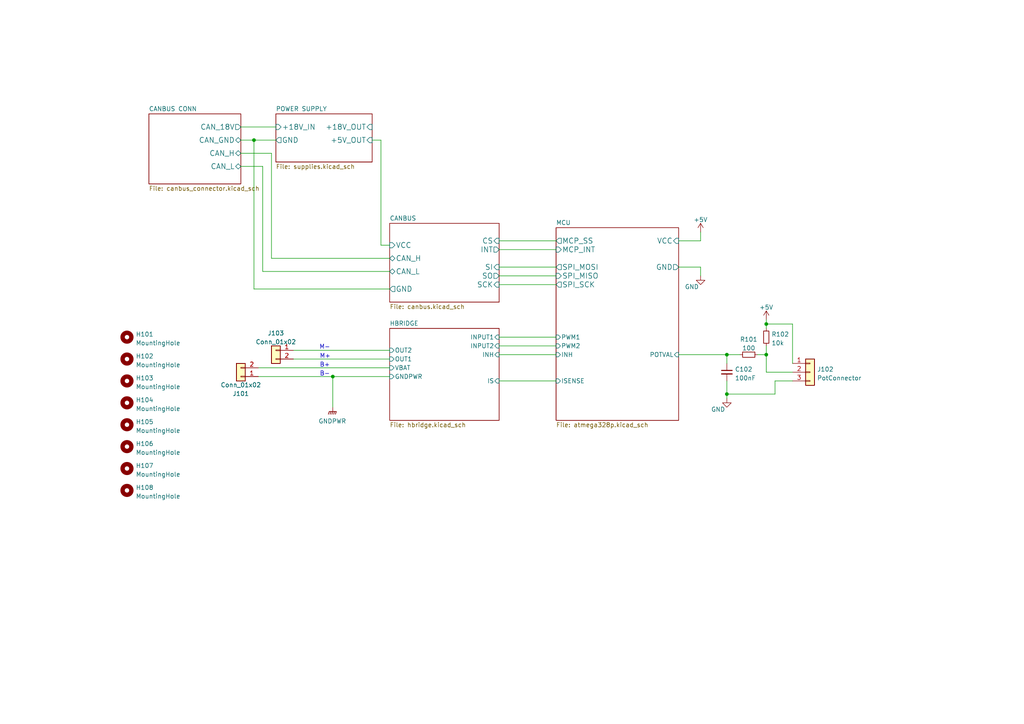
<source format=kicad_sch>
(kicad_sch (version 20211123) (generator eeschema)
  (paper "A4")
  (lib_symbols
    (symbol "Connector_Generic:Conn_01x02" (pin_names (offset 1.016) hide)
      (property "Reference" "J" (at 0 2.54 0))
      (property "Value" "Conn_01x02" (at 0 -5.08 0))
      (symbol "Conn_01x02_1_1"
        (rectangle (start -1.27 -2.413) (end 0 -2.667) (stroke (width 0.1524)))
        (rectangle (start -1.27 0.127) (end 0 -0.127) (stroke (width 0.1524)))
        (rectangle (start -1.27 1.27) (end 1.27 -3.81) (stroke (width 0.254)) (fill (type background)))
        (pin passive line (at -5.08 0 0) (length 3.81) (name "Pin_1") (number "1"))
        (pin passive line (at -5.08 -2.54 0) (length 3.81) (name "Pin_2") (number "2"))
      )
    )
    (symbol "Connector_Generic:Conn_01x03" (pin_names (offset 1.016) hide)
      (property "Reference" "J" (at 0 5.08 0))
      (property "Value" "Conn_01x03" (at 0 -5.08 0))
      (symbol "Conn_01x03_1_1"
        (rectangle (start -1.27 -2.413) (end 0 -2.667) (stroke (width 0.1524)))
        (rectangle (start -1.27 0.127) (end 0 -0.127) (stroke (width 0.1524)))
        (rectangle (start -1.27 2.667) (end 0 2.413) (stroke (width 0.1524)))
        (rectangle (start -1.27 3.81) (end 1.27 -3.81) (stroke (width 0.254)) (fill (type background)))
        (pin passive line (at -5.08 2.54 0) (length 3.81) (name "Pin_1") (number "1"))
        (pin passive line (at -5.08 0 0) (length 3.81) (name "Pin_2") (number "2"))
        (pin passive line (at -5.08 -2.54 0) (length 3.81) (name "Pin_3") (number "3"))
      )
    )
    (symbol "Device:C_Small" (pin_numbers hide) (pin_names (offset 0.254) hide)
      (property "Reference" "C" (at 0.254 1.778 0))
      (property "Value" "C_Small" (at 0.254 -2.032 0))
      (symbol "C_Small_0_1"
        (polyline (pts (xy -1.524 -0.508) (xy 1.524 -0.508)) (stroke (width 0.3302)))
        (polyline (pts (xy -1.524 0.508) (xy 1.524 0.508)) (stroke (width 0.3048)))
      )
      (symbol "C_Small_1_1"
        (pin passive line (at 0 2.54 270) (length 2.032) (name "~") (number "1"))
        (pin passive line (at 0 -2.54 90) (length 2.032) (name "~") (number "2"))
      )
    )
    (symbol "Device:R_Small" (pin_numbers hide) (pin_names (offset 0.254) hide)
      (property "Reference" "R" (at 0.762 0.508 0))
      (property "Value" "R_Small" (at 0.762 -1.016 0))
      (symbol "R_Small_0_1"
        (rectangle (start -0.762 1.778) (end 0.762 -1.778) (stroke (width 0.2032)))
      )
      (symbol "R_Small_1_1"
        (pin passive line (at 0 2.54 270) (length 0.762) (name "~") (number "1"))
        (pin passive line (at 0 -2.54 90) (length 0.762) (name "~") (number "2"))
      )
    )
    (symbol "Mechanical:MountingHole" (pin_names (offset 1.016))
      (property "Reference" "H" (at 0 5.08 0))
      (property "Value" "MountingHole" (at 0 3.175 0))
      (symbol "MountingHole_0_1"
        (circle (center 0 0) (radius 1.27) (stroke (width 1.27)))
      )
    )
    (symbol "power:+5V" (power) (pin_names (offset 0))
      (property "Value" "+5V" (at 0 3.556 0))
      (symbol "+5V_0_1"
        (polyline (pts (xy -0.762 1.27) (xy 0 2.54)))
        (polyline (pts (xy 0 0) (xy 0 2.54)))
        (polyline (pts (xy 0 2.54) (xy 0.762 1.27)))
      )
      (symbol "+5V_1_1"
        (pin power_in line (at 0 0 90) (length 0) hide (name "+5V") (number "1"))
      )
    )
    (symbol "power:GND" (power) (pin_names (offset 0))
      (property "Value" "GND" (at 0 -3.81 0))
      (symbol "GND_0_1"
        (polyline (pts (xy 0 0) (xy 0 -1.27) (xy 1.27 -1.27) (xy 0 -2.54) (xy -1.27 -1.27) (xy 0 -1.27)))
      )
      (symbol "GND_1_1"
        (pin power_in line (at 0 0 270) (length 0) hide (name "GND") (number "1"))
      )
    )
    (symbol "power:GNDPWR" (power) (pin_names (offset 0))
      (property "Value" "GNDPWR" (at 0 -3.302 0))
      (symbol "GNDPWR_0_1"
        (polyline (pts (xy 0 -1.27) (xy 0 0)))
        (polyline (pts (xy -1.016 -1.27) (xy -1.27 -2.032) (xy -1.27 -2.032)) (stroke (width 0.2032)))
        (polyline (pts (xy -0.508 -1.27) (xy -0.762 -2.032) (xy -0.762 -2.032)) (stroke (width 0.2032)))
        (polyline (pts (xy 0 -1.27) (xy -0.254 -2.032) (xy -0.254 -2.032)) (stroke (width 0.2032)))
        (polyline (pts (xy 0.508 -1.27) (xy 0.254 -2.032) (xy 0.254 -2.032)) (stroke (width 0.2032)))
        (polyline (pts (xy 1.016 -1.27) (xy -1.016 -1.27) (xy -1.016 -1.27)) (stroke (width 0.2032)))
        (polyline (pts (xy 1.016 -1.27) (xy 0.762 -2.032) (xy 0.762 -2.032) (xy 0.762 -2.032)) (stroke (width 0.2032)))
      )
      (symbol "GNDPWR_1_1"
        (pin power_in line (at 0 0 270) (length 0) hide (name "GNDPWR") (number "1"))
      )
    )
  )
  (junction (at 210.82 114.3))
  (junction (at 222.25 102.87))
  (junction (at 73.66 40.64))
  (junction (at 210.82 102.87))
  (junction (at 222.25 93.98))
  (junction (at 96.52 109.22))
  (wire (pts (xy 210.82 102.87) (xy 210.82 105.41)))
  (wire (pts (xy 210.82 102.87) (xy 196.85 102.87)))
  (wire (pts (xy 161.29 69.85) (xy 144.78 69.85)))
  (wire (pts (xy 85.09 101.6) (xy 113.03 101.6)))
  (wire (pts (xy 161.29 72.39) (xy 144.78 72.39)))
  (wire (pts (xy 222.25 102.87) (xy 222.25 100.33)))
  (wire (pts (xy 78.74 44.45) (xy 78.74 74.93)))
  (wire (pts (xy 203.2 69.85) (xy 203.2 67.31)))
  (wire (pts (xy 69.85 44.45) (xy 78.74 44.45)))
  (wire (pts (xy 74.93 106.68) (xy 113.03 106.68)))
  (wire (pts (xy 76.2 48.26) (xy 76.2 78.74)))
  (wire (pts (xy 110.49 71.12) (xy 113.03 71.12)))
  (wire (pts (xy 78.74 74.93) (xy 113.03 74.93)))
  (wire (pts (xy 196.85 77.47) (xy 203.2 77.47)))
  (wire (pts (xy 161.29 82.55) (xy 144.78 82.55)))
  (wire (pts (xy 96.52 109.22) (xy 96.52 118.11)))
  (wire (pts (xy 107.95 40.64) (xy 110.49 40.64)))
  (wire (pts (xy 196.85 69.85) (xy 203.2 69.85)))
  (wire (pts (xy 224.79 110.49) (xy 229.87 110.49)))
  (wire (pts (xy 222.25 93.98) (xy 229.87 93.98)))
  (wire (pts (xy 161.29 80.01) (xy 144.78 80.01)))
  (wire (pts (xy 229.87 93.98) (xy 229.87 105.41)))
  (wire (pts (xy 224.79 114.3) (xy 224.79 110.49)))
  (wire (pts (xy 144.78 102.87) (xy 161.29 102.87)))
  (wire (pts (xy 73.66 83.82) (xy 113.03 83.82)))
  (wire (pts (xy 144.78 100.33) (xy 161.29 100.33)))
  (wire (pts (xy 73.66 40.64) (xy 73.66 83.82)))
  (wire (pts (xy 76.2 78.74) (xy 113.03 78.74)))
  (wire (pts (xy 144.78 97.79) (xy 161.29 97.79)))
  (wire (pts (xy 219.71 102.87) (xy 222.25 102.87)))
  (wire (pts (xy 214.63 102.87) (xy 210.82 102.87)))
  (wire (pts (xy 222.25 93.98) (xy 222.25 95.25)))
  (wire (pts (xy 161.29 77.47) (xy 144.78 77.47)))
  (wire (pts (xy 74.93 109.22) (xy 96.52 109.22)))
  (wire (pts (xy 210.82 110.49) (xy 210.82 114.3)))
  (wire (pts (xy 210.82 114.3) (xy 210.82 115.57)))
  (wire (pts (xy 222.25 92.71) (xy 222.25 93.98)))
  (wire (pts (xy 229.87 107.95) (xy 222.25 107.95)))
  (wire (pts (xy 80.01 36.83) (xy 69.85 36.83)))
  (wire (pts (xy 96.52 109.22) (xy 113.03 109.22)))
  (wire (pts (xy 80.01 40.64) (xy 73.66 40.64)))
  (wire (pts (xy 222.25 107.95) (xy 222.25 102.87)))
  (wire (pts (xy 144.78 110.49) (xy 161.29 110.49)))
  (wire (pts (xy 69.85 48.26) (xy 76.2 48.26)))
  (wire (pts (xy 203.2 77.47) (xy 203.2 80.01)))
  (wire (pts (xy 85.09 104.14) (xy 113.03 104.14)))
  (wire (pts (xy 210.82 114.3) (xy 224.79 114.3)))
  (wire (pts (xy 110.49 40.64) (xy 110.49 71.12)))
  (wire (pts (xy 73.66 40.64) (xy 69.85 40.64)))
  (text "M+" (at 92.71 104.14 0) (effects (font (size 1.27 1.27)) (justify left bottom)))
  (text "B+" (at 92.71 106.68 0) (effects (font (size 1.27 1.27)) (justify left bottom)))
  (text "B-" (at 92.71 109.22 0) (effects (font (size 1.27 1.27)) (justify left bottom)))
  (text "M-" (at 92.5955 101.4862 0) (effects (font (size 1.27 1.27)) (justify left bottom)))
  (symbol (lib_id "Mechanical:MountingHole") (at 36.83 104.14 0) (unit 1)
    (property "Reference" "H102" (at 39.37 103.3053 0) (effects (justify left)))
    (property "Value" "MountingHole" (at 39.37 105.8422 0) (effects (justify left)))
    (property "Footprint" "MountingHole:MountingHole_3.2mm_M3" (effects hide))
  )
  (symbol (lib_id "power:GND") (at 203.2 80.01 0) (mirror y) (unit 1)
    (property "Reference" "#PWR0104" (effects hide))
    (property "Value" "GND" (at 200.66 83.185 0))
  )
  (symbol (lib_id "power:+5V") (at 203.2 67.31 0) (mirror y) (unit 1)
    (property "Reference" "#PWR0103" (effects hide))
    (property "Value" "+5V" (at 203.2 63.7342 0))
  )
  (symbol (lib_id "Connector_Generic:Conn_01x03") (at 234.95 107.95 0) (unit 1)
    (property "Reference" "J102" (at 236.982 107.1153 0) (effects (justify left)))
    (property "Value" "PotConnector" (at 236.982 109.6522 0) (effects (justify left)))
    (property "Footprint" "Connector_Phoenix_MSTB:PhoenixContact_MSTBA_2,5_3-G_1x03_P5.00mm_Horizontal" (effects hide))
  )
  (symbol (lib_id "power:+5V") (at 222.25 92.71 0) (mirror y) (unit 1)
    (property "Reference" "#PWR0106" (effects hide))
    (property "Value" "+5V" (at 222.25 89.1342 0))
  )
  (symbol (lib_id "Mechanical:MountingHole") (at 36.83 116.84 0) (unit 1)
    (property "Reference" "H104" (at 39.37 116.0053 0) (effects (justify left)))
    (property "Value" "MountingHole" (at 39.37 118.5422 0) (effects (justify left)))
    (property "Footprint" "MountingHole:MountingHole_3.2mm_M3" (effects hide))
  )
  (symbol (lib_id "Connector_Generic:Conn_01x02") (at 80.01 101.6 0) (mirror y) (unit 1)
    (property "Reference" "J103" (at 80.01 96.6302 0))
    (property "Value" "Conn_01x02" (at 80.01 99.1671 0))
    (property "Footprint" "Connector_Phoenix_MSTB:PhoenixContact_MSTBA_2,5_2-G_1x02_P5.00mm_Horizontal" (effects hide))
  )
  (symbol (lib_id "Device:C_Small") (at 210.82 107.95 0) (unit 1)
    (property "Reference" "C102" (at 213.1441 107.1216 0) (effects (justify left)))
    (property "Value" "100nF" (at 213.1441 109.6585 0) (effects (justify left)))
    (property "Footprint" "Capacitor_SMD:C_0805_2012Metric_Pad1.18x1.45mm_HandSolder" (effects hide))
  )
  (symbol (lib_id "power:GND") (at 210.82 115.57 0) (mirror y) (unit 1)
    (property "Reference" "#PWR0105" (effects hide))
    (property "Value" "GND" (at 208.28 118.745 0))
  )
  (symbol (lib_id "Mechanical:MountingHole") (at 36.83 123.19 0) (unit 1)
    (property "Reference" "H105" (at 39.37 122.3553 0) (effects (justify left)))
    (property "Value" "MountingHole" (at 39.37 124.8922 0) (effects (justify left)))
    (property "Footprint" "MountingHole:MountingHole_3.2mm_M3" (effects hide))
  )
  (symbol (lib_id "power:GNDPWR") (at 96.52 118.11 0) (unit 1)
    (property "Reference" "#PWR0108" (effects hide))
    (property "Value" "GNDPWR" (at 96.393 122.147 0))
  )
  (symbol (lib_id "Connector_Generic:Conn_01x02") (at 69.85 109.22 180) (unit 1)
    (property "Reference" "J101" (at 69.85 114.1898 0))
    (property "Value" "Conn_01x02" (at 69.85 111.6529 0))
    (property "Footprint" "Connector_Phoenix_MSTB:PhoenixContact_MSTBA_2,5_2-G_1x02_P5.00mm_Horizontal" (effects hide))
  )
  (symbol (lib_id "Mechanical:MountingHole") (at 36.83 135.89 0) (unit 1)
    (property "Reference" "H107" (at 39.37 135.0553 0) (effects (justify left)))
    (property "Value" "MountingHole" (at 39.37 137.5922 0) (effects (justify left)))
    (property "Footprint" "MountingHole:MountingHole_3.2mm_M3" (effects hide))
  )
  (symbol (lib_id "Device:R_Small") (at 222.25 97.79 0) (unit 1)
    (property "Reference" "R102" (at 223.7486 96.9553 0) (effects (justify left)))
    (property "Value" "10k" (at 223.7486 99.4922 0) (effects (justify left)))
    (property "Footprint" "Resistor_SMD:R_0805_2012Metric_Pad1.20x1.40mm_HandSolder" (effects hide))
  )
  (symbol (lib_id "Mechanical:MountingHole") (at 36.83 129.54 0) (unit 1)
    (property "Reference" "H106" (at 39.37 128.7053 0) (effects (justify left)))
    (property "Value" "MountingHole" (at 39.37 131.2422 0) (effects (justify left)))
    (property "Footprint" "MountingHole:MountingHole_3.2mm_M3" (effects hide))
  )
  (symbol (lib_id "Mechanical:MountingHole") (at 36.83 97.79 0) (unit 1)
    (property "Reference" "H101" (at 39.37 96.9553 0) (effects (justify left)))
    (property "Value" "MountingHole" (at 39.37 99.4922 0) (effects (justify left)))
    (property "Footprint" "MountingHole:MountingHole_3.2mm_M3" (effects hide))
  )
  (symbol (lib_id "Mechanical:MountingHole") (at 36.83 110.49 0) (unit 1)
    (property "Reference" "H103" (at 39.37 109.6553 0) (effects (justify left)))
    (property "Value" "MountingHole" (at 39.37 112.1922 0) (effects (justify left)))
    (property "Footprint" "MountingHole:MountingHole_3.2mm_M3" (effects hide))
  )
  (symbol (lib_id "Mechanical:MountingHole") (at 36.83 142.24 0) (unit 1)
    (property "Reference" "H108" (at 39.37 141.4053 0) (effects (justify left)))
    (property "Value" "MountingHole" (at 39.37 143.9422 0) (effects (justify left)))
    (property "Footprint" "MountingHole:MountingHole_3.2mm_M3" (effects hide))
  )
  (symbol (lib_id "Device:R_Small") (at 217.17 102.87 90) (unit 1)
    (property "Reference" "R101" (at 217.17 98.4336 90))
    (property "Value" "100" (at 217.17 100.9705 90))
    (property "Footprint" "Resistor_SMD:R_0805_2012Metric_Pad1.20x1.40mm_HandSolder" (effects hide))
  )
  (sheet (at 43.18 33.02) (size 26.67 20.32) (stroke (width 0.1524))
    (property "Sheet name" "CANBUS CONN" (at 43.18 32.3084 0) (effects (justify left bottom)))
    (property "Sheet file" "canbus_connector.kicad_sch" (at 43.18 53.9246 0) (effects (justify left top)))
    (pin "CAN_18V" output (at 69.85 36.83 0) (effects (font (size 1.524 1.524))))
    (pin "CAN_H" bidirectional (at 69.85 44.45 0) (effects (font (size 1.524 1.524))))
    (pin "CAN_GND" bidirectional (at 69.85 40.64 0) (effects (font (size 1.524 1.524))))
    (pin "CAN_L" bidirectional (at 69.85 48.26 0) (effects (font (size 1.524 1.524))))
  )
  (sheet (at 161.29 66.04) (size 35.56 55.88) (stroke (width 0.1524))
    (property "Sheet name" "MCU" (at 161.29 65.3284 0) (effects (justify left bottom)))
    (property "Sheet file" "atmega328p.kicad_sch" (at 161.29 122.5046 0) (effects (justify left top)))
    (pin "SPI_MISO" input (at 161.29 80.01 180) (effects (font (size 1.524 1.524))))
    (pin "SPI_MOSI" output (at 161.29 77.47 180) (effects (font (size 1.524 1.524))))
    (pin "MCP_INT" input (at 161.29 72.39 180) (effects (font (size 1.524 1.524))))
    (pin "GND" output (at 196.85 77.47 0) (effects (font (size 1.524 1.524))))
    (pin "MCP_SS" output (at 161.29 69.85 180) (effects (font (size 1.524 1.524))))
    (pin "SPI_SCK" output (at 161.29 82.55 180) (effects (font (size 1.524 1.524))))
    (pin "VCC" input (at 196.85 69.85 0) (effects (font (size 1.524 1.524))))
    (pin "POTVAL" input (at 196.85 102.87 0))
    (pin "PWM2" input (at 161.29 100.33 180))
    (pin "PWM1" input (at 161.29 97.79 180))
    (pin "ISENSE" input (at 161.29 110.49 180))
    (pin "INH" input (at 161.29 102.87 180))
  )
  (sheet (at 113.03 64.77) (size 31.75 22.86) (stroke (width 0.1524))
    (property "Sheet name" "CANBUS" (at 113.03 64.0584 0) (effects (justify left bottom)))
    (property "Sheet file" "canbus.kicad_sch" (at 113.03 88.2146 0) (effects (justify left top)))
    (pin "INT" output (at 144.78 72.39 0) (effects (font (size 1.524 1.524))))
    (pin "SCK" input (at 144.78 82.55 0) (effects (font (size 1.524 1.524))))
    (pin "SO" output (at 144.78 80.01 0) (effects (font (size 1.524 1.524))))
    (pin "SI" input (at 144.78 77.47 0) (effects (font (size 1.524 1.524))))
    (pin "CS" input (at 144.78 69.85 0) (effects (font (size 1.524 1.524))))
    (pin "VCC" input (at 113.03 71.12 180) (effects (font (size 1.524 1.524))))
    (pin "GND" output (at 113.03 83.82 180) (effects (font (size 1.524 1.524))))
    (pin "CAN_H" bidirectional (at 113.03 74.93 180) (effects (font (size 1.524 1.524))))
    (pin "CAN_L" bidirectional (at 113.03 78.74 180) (effects (font (size 1.524 1.524))))
  )
  (sheet (at 113.03 95.25) (size 31.75 26.67) (stroke (width 0.1524))
    (property "Sheet name" "HBRIDGE" (at 113.03 94.5384 0) (effects (justify left bottom)))
    (property "Sheet file" "hbridge.kicad_sch" (at 113.03 122.5046 0) (effects (justify left top)))
    (pin "OUT2" input (at 113.03 101.6 180))
    (pin "OUT1" input (at 113.03 104.14 180))
    (pin "GNDPWR" input (at 113.03 109.22 180))
    (pin "VBAT" input (at 113.03 106.68 180))
    (pin "INPUT1" input (at 144.78 97.79 0))
    (pin "INPUT2" input (at 144.78 100.33 0))
    (pin "INH" input (at 144.78 102.87 0))
    (pin "IS" input (at 144.78 110.49 0))
  )
  (sheet (at 80.01 33.02) (size 27.94 13.97) (stroke (width 0.1524))
    (property "Sheet name" "POWER SUPPLY" (at 80.01 32.3084 0) (effects (justify left bottom)))
    (property "Sheet file" "supplies.kicad_sch" (at 80.01 47.5746 0) (effects (justify left top)))
    (pin "+18V_OUT" input (at 107.95 36.83 0) (effects (font (size 1.524 1.524))))
    (pin "+5V_OUT" input (at 107.95 40.64 0) (effects (font (size 1.524 1.524))))
    (pin "+18V_IN" input (at 80.01 36.83 180) (effects (font (size 1.524 1.524))))
    (pin "GND" output (at 80.01 40.64 180) (effects (font (size 1.524 1.524))))
  )
)
</source>
